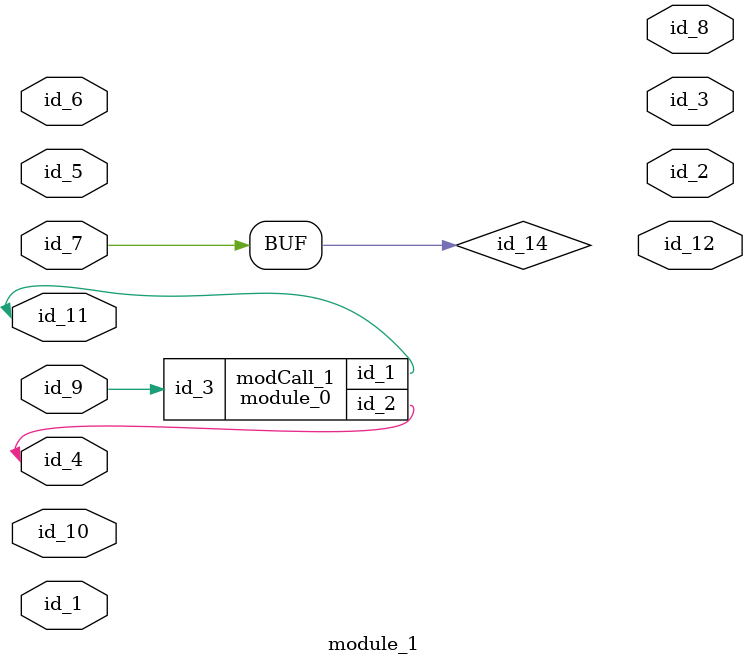
<source format=v>
module module_0 (
    id_1,
    id_2,
    id_3
);
  input wire id_3;
  inout wire id_2;
  inout wire id_1;
  assign id_2 = id_2;
endmodule
module module_1 (
    id_1,
    id_2,
    id_3,
    id_4,
    id_5,
    id_6,
    id_7,
    id_8,
    id_9,
    id_10,
    id_11,
    id_12
);
  output wire id_12;
  inout wire id_11;
  inout wire id_10;
  input wire id_9;
  output wire id_8;
  inout wire id_7;
  inout wire id_6;
  inout wire id_5;
  inout wire id_4;
  output wire id_3;
  output wire id_2;
  module_0 modCall_1 (
      id_11,
      id_4,
      id_9
  );
  inout wire id_1;
  wire id_13, id_14;
  assign id_7 = id_14;
endmodule

</source>
